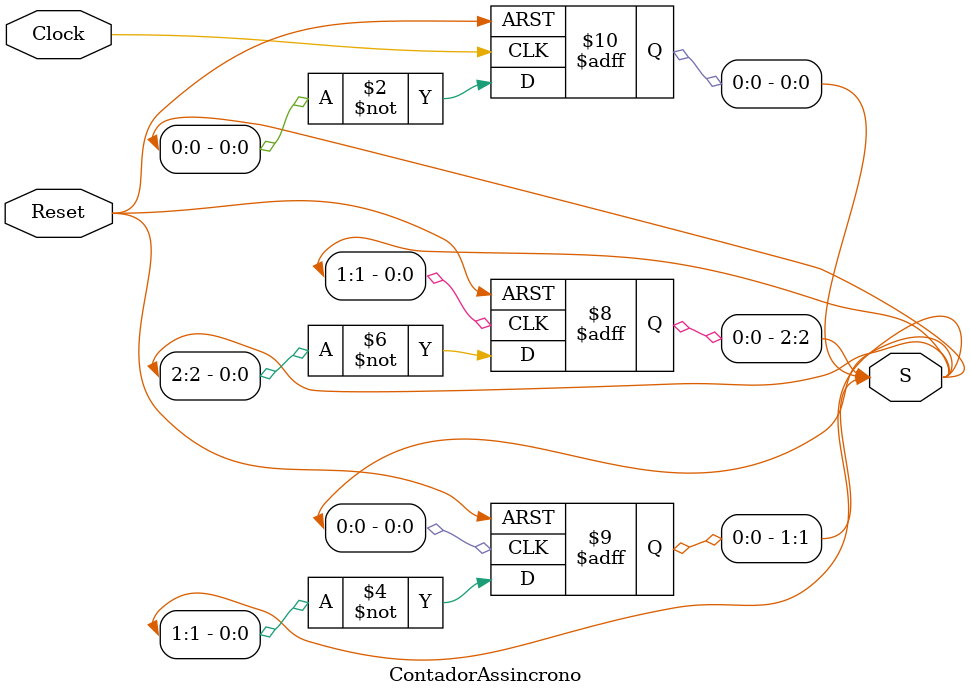
<source format=v>
module ContadorAssincrono(Clock, Reset, S);
	input wire Clock, Reset;
	output reg [2:0] S;
	
	initial begin
		S = 3'b000;
	end
	
	always @(negedge Clock or posedge Reset) begin
		if(Reset)
			S[0] = 0;
		else
			S[0] <= ~S[0];
	end
	always @(negedge S[0] or posedge Reset) begin
		if(Reset)
			S[1] = 0;
		else
			S[1] <= ~S[1];
	end
	always @(negedge S[1] or posedge Reset) begin
		if(Reset)
			S[2] = 0;
		else
			S[2] <= ~S[2];
	end
	
endmodule

</source>
